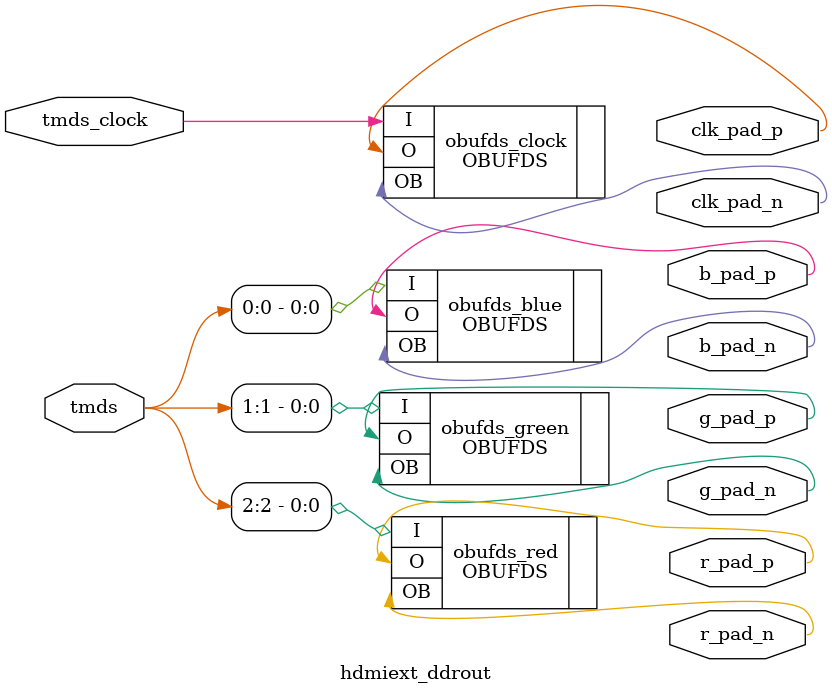
<source format=v>
module hdmiext_ddrout(input [2:0] tmds,
		      input  tmds_clock,
		      output r_pad_p,
		      output r_pad_n,
		      output g_pad_p,
		      output g_pad_n,
		      output b_pad_p,
		      output b_pad_n,
		      output clk_pad_p,
		      output clk_pad_n);
OBUFDS #(.IOSTANDARD("TMDS_33"))   obufds_red(.I(tmds[2]),    .O(r_pad_p),   .OB(r_pad_n));
OBUFDS #(.IOSTANDARD("TMDS_33")) obufds_green(.I(tmds[1]),    .O(g_pad_p),   .OB(g_pad_n));
OBUFDS #(.IOSTANDARD("TMDS_33"))  obufds_blue(.I(tmds[0]),    .O(b_pad_p),   .OB(b_pad_n));
OBUFDS #(.IOSTANDARD("TMDS_33")) obufds_clock(.I(tmds_clock), .O(clk_pad_p), .OB(clk_pad_n));
endmodule

</source>
